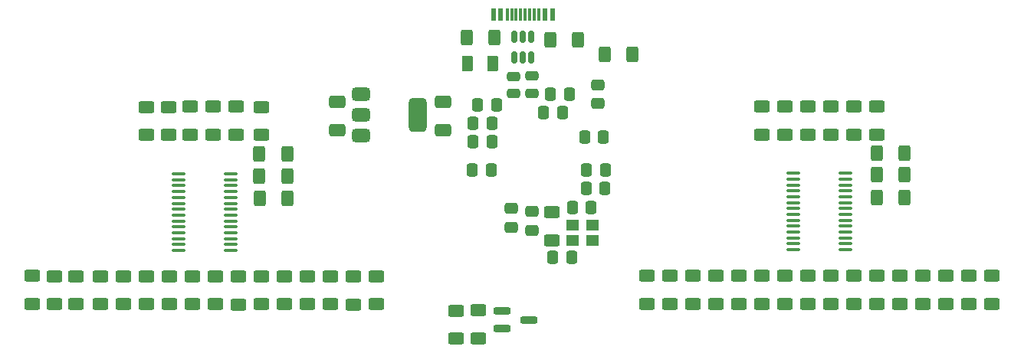
<source format=gbr>
%TF.GenerationSoftware,KiCad,Pcbnew,9.0.0*%
%TF.CreationDate,2025-03-06T16:27:56+01:00*%
%TF.ProjectId,mcuDevBoard,6d637544-6576-4426-9f61-72642e6b6963,rev?*%
%TF.SameCoordinates,Original*%
%TF.FileFunction,Paste,Top*%
%TF.FilePolarity,Positive*%
%FSLAX46Y46*%
G04 Gerber Fmt 4.6, Leading zero omitted, Abs format (unit mm)*
G04 Created by KiCad (PCBNEW 9.0.0) date 2025-03-06 16:27:56*
%MOMM*%
%LPD*%
G01*
G04 APERTURE LIST*
G04 Aperture macros list*
%AMRoundRect*
0 Rectangle with rounded corners*
0 $1 Rounding radius*
0 $2 $3 $4 $5 $6 $7 $8 $9 X,Y pos of 4 corners*
0 Add a 4 corners polygon primitive as box body*
4,1,4,$2,$3,$4,$5,$6,$7,$8,$9,$2,$3,0*
0 Add four circle primitives for the rounded corners*
1,1,$1+$1,$2,$3*
1,1,$1+$1,$4,$5*
1,1,$1+$1,$6,$7*
1,1,$1+$1,$8,$9*
0 Add four rect primitives between the rounded corners*
20,1,$1+$1,$2,$3,$4,$5,0*
20,1,$1+$1,$4,$5,$6,$7,0*
20,1,$1+$1,$6,$7,$8,$9,0*
20,1,$1+$1,$8,$9,$2,$3,0*%
G04 Aperture macros list end*
%ADD10RoundRect,0.250000X-0.337500X-0.475000X0.337500X-0.475000X0.337500X0.475000X-0.337500X0.475000X0*%
%ADD11RoundRect,0.250000X-0.625000X0.400000X-0.625000X-0.400000X0.625000X-0.400000X0.625000X0.400000X0*%
%ADD12RoundRect,0.150000X0.150000X-0.512500X0.150000X0.512500X-0.150000X0.512500X-0.150000X-0.512500X0*%
%ADD13RoundRect,0.200000X-0.750000X-0.200000X0.750000X-0.200000X0.750000X0.200000X-0.750000X0.200000X0*%
%ADD14RoundRect,0.250000X0.337500X0.475000X-0.337500X0.475000X-0.337500X-0.475000X0.337500X-0.475000X0*%
%ADD15RoundRect,0.250000X0.650000X-0.412500X0.650000X0.412500X-0.650000X0.412500X-0.650000X-0.412500X0*%
%ADD16RoundRect,0.250000X-0.400000X-0.625000X0.400000X-0.625000X0.400000X0.625000X-0.400000X0.625000X0*%
%ADD17RoundRect,0.100000X-0.637500X-0.100000X0.637500X-0.100000X0.637500X0.100000X-0.637500X0.100000X0*%
%ADD18RoundRect,0.375000X-0.625000X-0.375000X0.625000X-0.375000X0.625000X0.375000X-0.625000X0.375000X0*%
%ADD19RoundRect,0.500000X-0.500000X-1.400000X0.500000X-1.400000X0.500000X1.400000X-0.500000X1.400000X0*%
%ADD20RoundRect,0.250000X0.625000X-0.400000X0.625000X0.400000X-0.625000X0.400000X-0.625000X-0.400000X0*%
%ADD21RoundRect,0.250000X-0.475000X0.250000X-0.475000X-0.250000X0.475000X-0.250000X0.475000X0.250000X0*%
%ADD22R,1.400000X1.200000*%
%ADD23RoundRect,0.250000X0.400000X0.625000X-0.400000X0.625000X-0.400000X-0.625000X0.400000X-0.625000X0*%
%ADD24RoundRect,0.250000X0.375000X0.625000X-0.375000X0.625000X-0.375000X-0.625000X0.375000X-0.625000X0*%
%ADD25R,0.600000X1.450000*%
%ADD26R,0.300000X1.450000*%
%ADD27RoundRect,0.250000X0.475000X-0.337500X0.475000X0.337500X-0.475000X0.337500X-0.475000X-0.337500X0*%
%ADD28RoundRect,0.250000X-0.475000X0.337500X-0.475000X-0.337500X0.475000X-0.337500X0.475000X0.337500X0*%
G04 APERTURE END LIST*
D10*
%TO.C,C13*%
X129425000Y-94500000D03*
X131500000Y-94500000D03*
%TD*%
%TO.C,C12*%
X125462500Y-84100000D03*
X127537500Y-84100000D03*
%TD*%
D11*
%TO.C,R23*%
X169138600Y-104139400D03*
X169138600Y-107239400D03*
%TD*%
D12*
%TO.C,U4*%
X121450000Y-79980000D03*
X122400000Y-79980000D03*
X123350000Y-79980000D03*
X123350000Y-77705000D03*
X122400000Y-77705000D03*
X121450000Y-77705000D03*
%TD*%
D10*
%TO.C,C15*%
X127902500Y-96600000D03*
X129977500Y-96600000D03*
%TD*%
D11*
%TO.C,R73*%
X106197400Y-104190200D03*
X106197400Y-107290200D03*
%TD*%
%TO.C,R12*%
X141198600Y-104139400D03*
X141198600Y-107239400D03*
%TD*%
D13*
%TO.C,Q1*%
X120100000Y-108050000D03*
X120100000Y-109950000D03*
X123100000Y-109000000D03*
%TD*%
D11*
%TO.C,R58*%
X68228400Y-104165200D03*
X68228400Y-107265200D03*
%TD*%
D14*
%TO.C,C4*%
X131325000Y-88820000D03*
X129250000Y-88820000D03*
%TD*%
D15*
%TO.C,C1*%
X101910000Y-88075000D03*
X101910000Y-84950000D03*
%TD*%
D11*
%TO.C,R67*%
X90978400Y-104220200D03*
X90978400Y-107320200D03*
%TD*%
D14*
%TO.C,C9*%
X131507500Y-92440000D03*
X129432500Y-92440000D03*
%TD*%
D16*
%TO.C,R8*%
X161492600Y-90576400D03*
X164592600Y-90576400D03*
%TD*%
%TO.C,R7*%
X161492600Y-95500000D03*
X164592600Y-95500000D03*
%TD*%
%TO.C,R35*%
X125424000Y-78079600D03*
X128524000Y-78079600D03*
%TD*%
D17*
%TO.C,U6*%
X84403400Y-92878200D03*
X84403400Y-93528200D03*
X84403400Y-94178200D03*
X84403400Y-94828200D03*
X84403400Y-95478200D03*
X84403400Y-96128200D03*
X84403400Y-96778200D03*
X84403400Y-97428200D03*
X84403400Y-98078200D03*
X84403400Y-98728200D03*
X84403400Y-99378200D03*
X84403400Y-100028200D03*
X84403400Y-100678200D03*
X84403400Y-101328200D03*
X90128400Y-101328200D03*
X90128400Y-100678200D03*
X90128400Y-100028200D03*
X90128400Y-99378200D03*
X90128400Y-98728200D03*
X90128400Y-98078200D03*
X90128400Y-97428200D03*
X90128400Y-96778200D03*
X90128400Y-96128200D03*
X90128400Y-95478200D03*
X90128400Y-94828200D03*
X90128400Y-94178200D03*
X90128400Y-93528200D03*
X90128400Y-92878200D03*
%TD*%
D18*
%TO.C,U3*%
X104512500Y-84029500D03*
X104512500Y-86329500D03*
D19*
X110812500Y-86329500D03*
D18*
X104512500Y-88629500D03*
%TD*%
D16*
%TO.C,R53*%
X93320000Y-95600000D03*
X96420000Y-95600000D03*
%TD*%
D11*
%TO.C,R10*%
X136118600Y-104139400D03*
X136118600Y-107239400D03*
%TD*%
D20*
%TO.C,R47*%
X80803400Y-88570200D03*
X80803400Y-85470200D03*
%TD*%
D16*
%TO.C,R33*%
X131445000Y-79629000D03*
X134545000Y-79629000D03*
%TD*%
D20*
%TO.C,R34*%
X125610000Y-100200000D03*
X125610000Y-97100000D03*
%TD*%
D11*
%TO.C,R24*%
X171678600Y-104139400D03*
X171678600Y-107239400D03*
%TD*%
D21*
%TO.C,R38*%
X121412000Y-82080000D03*
X121412000Y-83980000D03*
%TD*%
D20*
%TO.C,R1*%
X158978600Y-88544400D03*
X158978600Y-85444400D03*
%TD*%
D22*
%TO.C,Y1*%
X127930000Y-100240000D03*
X130130000Y-100240000D03*
X130130000Y-98540000D03*
X127930000Y-98540000D03*
%TD*%
D10*
%TO.C,C16*%
X125708500Y-102108000D03*
X127783500Y-102108000D03*
%TD*%
D20*
%TO.C,R45*%
X85623400Y-88520200D03*
X85623400Y-85420200D03*
%TD*%
D23*
%TO.C,R36*%
X119304400Y-77825600D03*
X116204400Y-77825600D03*
%TD*%
D20*
%TO.C,R4*%
X151358600Y-88544400D03*
X151358600Y-85444400D03*
%TD*%
D16*
%TO.C,R9*%
X161492600Y-92989400D03*
X164592600Y-92989400D03*
%TD*%
D11*
%TO.C,R11*%
X138658600Y-104139400D03*
X138658600Y-107239400D03*
%TD*%
%TO.C,R18*%
X156438600Y-104139400D03*
X156438600Y-107239400D03*
%TD*%
%TO.C,R63*%
X80797400Y-104190200D03*
X80797400Y-107290200D03*
%TD*%
%TO.C,R59*%
X70653400Y-104190200D03*
X70653400Y-107290200D03*
%TD*%
D17*
%TO.C,U2*%
X152306100Y-92809400D03*
X152306100Y-93459400D03*
X152306100Y-94109400D03*
X152306100Y-94759400D03*
X152306100Y-95409400D03*
X152306100Y-96059400D03*
X152306100Y-96709400D03*
X152306100Y-97359400D03*
X152306100Y-98009400D03*
X152306100Y-98659400D03*
X152306100Y-99309400D03*
X152306100Y-99959400D03*
X152306100Y-100609400D03*
X152306100Y-101259400D03*
X158031100Y-101259400D03*
X158031100Y-100609400D03*
X158031100Y-99959400D03*
X158031100Y-99309400D03*
X158031100Y-98659400D03*
X158031100Y-98009400D03*
X158031100Y-97359400D03*
X158031100Y-96709400D03*
X158031100Y-96059400D03*
X158031100Y-95409400D03*
X158031100Y-94759400D03*
X158031100Y-94109400D03*
X158031100Y-93459400D03*
X158031100Y-92809400D03*
%TD*%
D20*
%TO.C,R3*%
X153898600Y-88544400D03*
X153898600Y-85444400D03*
%TD*%
D11*
%TO.C,R65*%
X85877400Y-104190200D03*
X85877400Y-107290200D03*
%TD*%
%TO.C,R25*%
X174218600Y-104139400D03*
X174218600Y-107239400D03*
%TD*%
%TO.C,R13*%
X143738600Y-104139400D03*
X143738600Y-107239400D03*
%TD*%
D24*
%TO.C,F1*%
X119081200Y-80670400D03*
X116281200Y-80670400D03*
%TD*%
D11*
%TO.C,R71*%
X101117400Y-104190200D03*
X101117400Y-107290200D03*
%TD*%
D25*
%TO.C,J3*%
X125680000Y-75285000D03*
X124880000Y-75285000D03*
D26*
X123680000Y-75285000D03*
X122680000Y-75285000D03*
X122180000Y-75285000D03*
X121180000Y-75285000D03*
D25*
X119980000Y-75285000D03*
X119180000Y-75285000D03*
X119180000Y-75285000D03*
X119980000Y-75285000D03*
D26*
X120680000Y-75285000D03*
X121680000Y-75285000D03*
X123180000Y-75285000D03*
X124180000Y-75285000D03*
D25*
X124880000Y-75285000D03*
X125680000Y-75285000D03*
%TD*%
D16*
%TO.C,R57*%
X93300000Y-93100000D03*
X96400000Y-93100000D03*
%TD*%
D11*
%TO.C,R42*%
X117500000Y-107949200D03*
X117500000Y-111049200D03*
%TD*%
D10*
%TO.C,C11*%
X124714000Y-86106000D03*
X126789000Y-86106000D03*
%TD*%
%TO.C,C3*%
X116845000Y-92420000D03*
X118920000Y-92420000D03*
%TD*%
%TO.C,C7*%
X116915000Y-89330000D03*
X118990000Y-89330000D03*
%TD*%
D11*
%TO.C,R41*%
X115000000Y-108000000D03*
X115000000Y-111100000D03*
%TD*%
%TO.C,R68*%
X93497400Y-104190200D03*
X93497400Y-107290200D03*
%TD*%
%TO.C,R62*%
X78303400Y-104190200D03*
X78303400Y-107290200D03*
%TD*%
D27*
%TO.C,C5*%
X123420000Y-99125000D03*
X123420000Y-97050000D03*
%TD*%
D10*
%TO.C,C6*%
X117415000Y-85210000D03*
X119490000Y-85210000D03*
%TD*%
D11*
%TO.C,R16*%
X151358600Y-104139400D03*
X151358600Y-107239400D03*
%TD*%
%TO.C,R61*%
X75753400Y-104190200D03*
X75753400Y-107290200D03*
%TD*%
D20*
%TO.C,R2*%
X156438600Y-88544400D03*
X156438600Y-85444400D03*
%TD*%
%TO.C,R6*%
X161518600Y-88544400D03*
X161518600Y-85444400D03*
%TD*%
D11*
%TO.C,R60*%
X73053400Y-104190200D03*
X73053400Y-107290200D03*
%TD*%
%TO.C,R64*%
X83337400Y-104190200D03*
X83337400Y-107290200D03*
%TD*%
D21*
%TO.C,R37*%
X123444000Y-82070000D03*
X123444000Y-83970000D03*
%TD*%
D20*
%TO.C,R5*%
X148818600Y-88544400D03*
X148818600Y-85444400D03*
%TD*%
D27*
%TO.C,C14*%
X130657600Y-85086100D03*
X130657600Y-83011100D03*
%TD*%
D15*
%TO.C,C2*%
X113594000Y-88075000D03*
X113594000Y-84950000D03*
%TD*%
D20*
%TO.C,R43*%
X90703400Y-88520200D03*
X90703400Y-85420200D03*
%TD*%
D11*
%TO.C,R19*%
X158978600Y-104139400D03*
X158978600Y-107239400D03*
%TD*%
D20*
%TO.C,R46*%
X83303400Y-88570200D03*
X83303400Y-85470200D03*
%TD*%
D10*
%TO.C,C8*%
X116915000Y-87270000D03*
X118990000Y-87270000D03*
%TD*%
D11*
%TO.C,R69*%
X96037400Y-104190200D03*
X96037400Y-107290200D03*
%TD*%
%TO.C,R20*%
X161518600Y-104139400D03*
X161518600Y-107239400D03*
%TD*%
D28*
%TO.C,C10*%
X121170000Y-96702500D03*
X121170000Y-98777500D03*
%TD*%
D11*
%TO.C,R17*%
X153898600Y-104139400D03*
X153898600Y-107239400D03*
%TD*%
%TO.C,R66*%
X88417400Y-104190200D03*
X88417400Y-107290200D03*
%TD*%
%TO.C,R72*%
X103700000Y-104250000D03*
X103700000Y-107350000D03*
%TD*%
%TO.C,R15*%
X148818600Y-104139400D03*
X148818600Y-107239400D03*
%TD*%
D16*
%TO.C,R56*%
X93280000Y-90700000D03*
X96380000Y-90700000D03*
%TD*%
D11*
%TO.C,R21*%
X164058600Y-104139400D03*
X164058600Y-107239400D03*
%TD*%
D20*
%TO.C,R48*%
X93503400Y-88570200D03*
X93503400Y-85470200D03*
%TD*%
D11*
%TO.C,R22*%
X166598600Y-104139400D03*
X166598600Y-107239400D03*
%TD*%
%TO.C,R14*%
X146278600Y-104139400D03*
X146278600Y-107239400D03*
%TD*%
%TO.C,R70*%
X98577400Y-104190200D03*
X98577400Y-107290200D03*
%TD*%
D20*
%TO.C,R44*%
X88163400Y-88520200D03*
X88163400Y-85420200D03*
%TD*%
M02*

</source>
